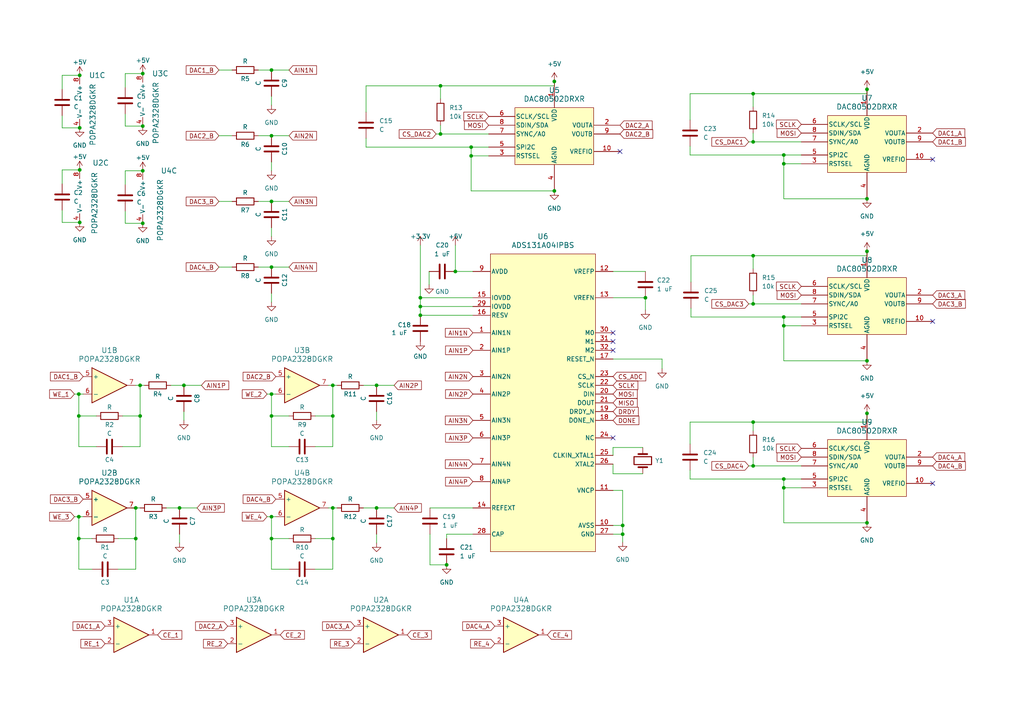
<source format=kicad_sch>
(kicad_sch (version 20230121) (generator eeschema)
  (paper "A4")
  (lib_symbols
    (symbol "ADS131A04IPBS:ADS131A04IPBS" (pin_names (offset 0.254))
      (property "Reference" "U" (at 0 2.54 0))
      (property "Value" "ADS131A04IPBS" (at 0 0 0))
      (symbol "ADS131A04IPBS_0_1"
        (pin input line (at -20.32 20.32 0) (length 5.08) (name "AIN1N") (number "1"))
        (pin power_in line (at 20.32 -35.56 180) (length 5.08) (name "AVSS") (number "10"))
        (pin power_in line (at 20.32 -25.4 180) (length 5.08) (name "VNCP") (number "11"))
        (pin input line (at 20.32 38.1 180) (length 5.08) (name "VREFP") (number "12"))
        (pin input line (at 20.32 30.48 180) (length 5.08) (name "VREFN") (number "13"))
        (pin unspecified line (at -20.32 -30.48 0) (length 5.08) (name "REFEXT") (number "14"))
        (pin power_in line (at -20.32 30.48 0) (length 5.08) (name "IOVDD") (number "15"))
        (pin unspecified line (at -20.32 25.4 0) (length 5.08) (name "RESV") (number "16"))
        (pin input line (at 20.32 12.7 180) (length 5.08) (name "RESET_N") (number "17"))
        (pin output line (at 20.32 -5.08 180) (length 5.08) (name "DONE_N") (number "18"))
        (pin bidirectional line (at 20.32 -2.54 180) (length 5.08) (name "DRDY_N") (number "19"))
        (pin input line (at -20.32 15.24 0) (length 5.08) (name "AIN1P") (number "2"))
        (pin input line (at 20.32 2.54 180) (length 5.08) (name "DIN") (number "20"))
        (pin output line (at 20.32 0 180) (length 5.08) (name "DOUT") (number "21"))
        (pin bidirectional line (at 20.32 5.08 180) (length 5.08) (name "SCLK") (number "22"))
        (pin input line (at 20.32 7.62 180) (length 5.08) (name "CS_N") (number "23"))
        (pin unspecified line (at 20.32 -10.16 180) (length 5.08) (name "NC") (number "24"))
        (pin input line (at 20.32 -15.24 180) (length 5.08) (name "CLKIN_XTAL1") (number "25"))
        (pin output line (at 20.32 -17.78 180) (length 5.08) (name "XTAL2") (number "26"))
        (pin power_in line (at 20.32 -38.1 180) (length 5.08) (name "GND") (number "27"))
        (pin unspecified line (at -20.32 -38.1 0) (length 5.08) (name "CAP") (number "28"))
        (pin power_in line (at -20.32 27.94 0) (length 5.08) (name "IOVDD") (number "29"))
        (pin input line (at -20.32 7.62 0) (length 5.08) (name "AIN2N") (number "3"))
        (pin unspecified line (at 20.32 20.32 180) (length 5.08) (name "M0") (number "30"))
        (pin unspecified line (at 20.32 17.78 180) (length 5.08) (name "M1") (number "31"))
        (pin unspecified line (at 20.32 15.24 180) (length 5.08) (name "M2") (number "32"))
        (pin input line (at -20.32 2.54 0) (length 5.08) (name "AIN2P") (number "4"))
        (pin input line (at -20.32 -5.08 0) (length 5.08) (name "AIN3N") (number "5"))
        (pin input line (at -20.32 -10.16 0) (length 5.08) (name "AIN3P") (number "6"))
        (pin input line (at -20.32 -17.78 0) (length 5.08) (name "AIN4N") (number "7"))
        (pin input line (at -20.32 -22.86 0) (length 5.08) (name "AIN4P") (number "8"))
        (pin power_in line (at -20.32 38.1 0) (length 5.08) (name "AVDD") (number "9"))
      )
      (symbol "ADS131A04IPBS_1_1"
        (rectangle (start -15.24 43.18) (end 15.24 -43.18) (fill (type background)))
      )
    )
    (symbol "DAC80502DRXR:DAC80502DRXR" (pin_names (offset 0.254))
      (property "Reference" "U" (at 35.56 13.97 0))
      (property "Value" "DAC80502DRXR" (at 36.83 11.43 0))
      (symbol "DAC80502DRXR_0_1"
        (pin power_in line (at 25.4 15.24 270) (length 7.62) (name "VDD") (number "1"))
        (pin power_in line (at 44.45 -5.08 180) (length 7.62) (name "VREFIO") (number "10"))
        (pin output line (at 44.45 2.54 180) (length 7.62) (name "VOUTA") (number "2"))
        (pin unspecified line (at 6.35 -6.35 0) (length 7.62) (name "RSTSEL") (number "3"))
        (pin power_out line (at 25.4 -16.51 90) (length 7.62) (name "AGND") (number "4"))
        (pin unspecified line (at 6.35 -3.81 0) (length 7.62) (name "SPI2C") (number "5"))
        (pin unspecified line (at 6.35 5.08 0) (length 7.62) (name "SCLK/SCL") (number "6"))
        (pin unspecified line (at 6.35 0 0) (length 7.62) (name "SYNC/A0") (number "7"))
        (pin unspecified line (at 6.35 2.54 0) (length 7.62) (name "SDIN/SDA") (number "8"))
        (pin output line (at 44.45 0 180) (length 7.62) (name "VOUTB") (number "9"))
      )
      (symbol "DAC80502DRXR_1_1"
        (rectangle (start 13.97 7.62) (end 36.83 -8.89) (fill (type background)))
      )
    )
    (symbol "Device:C" (pin_numbers hide) (pin_names (offset 0.254))
      (property "Reference" "C" (at 0.635 2.54 0))
      (property "Value" "C" (at 0.635 -2.54 0))
      (symbol "C_0_1"
        (polyline (pts (xy -2.032 -0.762) (xy 2.032 -0.762)) (stroke (width 0.508)))
        (polyline (pts (xy -2.032 0.762) (xy 2.032 0.762)) (stroke (width 0.508)))
      )
      (symbol "C_1_1"
        (pin passive line (at 0 3.81 270) (length 2.794) (name "~") (number "1"))
        (pin passive line (at 0 -3.81 90) (length 2.794) (name "~") (number "2"))
      )
    )
    (symbol "Device:Crystal" (pin_numbers hide) (pin_names (offset 1.016) hide)
      (property "Reference" "Y" (at 0 3.81 0))
      (property "Value" "Crystal" (at 0 -3.81 0))
      (symbol "Crystal_0_1"
        (rectangle (start -1.143 2.54) (end 1.143 -2.54) (stroke (width 0.3048)))
        (polyline (pts (xy -2.54 0) (xy -1.905 0)))
        (polyline (pts (xy -1.905 -1.27) (xy -1.905 1.27)) (stroke (width 0.508)))
        (polyline (pts (xy 1.905 -1.27) (xy 1.905 1.27)) (stroke (width 0.508)))
        (polyline (pts (xy 2.54 0) (xy 1.905 0)))
      )
      (symbol "Crystal_1_1"
        (pin passive line (at -3.81 0 0) (length 1.27) (name "1") (number "1"))
        (pin passive line (at 3.81 0 180) (length 1.27) (name "2") (number "2"))
      )
    )
    (symbol "Device:R" (pin_numbers hide) (pin_names (offset 0))
      (property "Reference" "R" (at 2.032 0 90))
      (property "Value" "R" (at 0 0 90))
      (symbol "R_0_1"
        (rectangle (start -1.016 -2.54) (end 1.016 2.54) (stroke (width 0.254)))
      )
      (symbol "R_1_1"
        (pin passive line (at 0 3.81 270) (length 1.27) (name "~") (number "1"))
        (pin passive line (at 0 -3.81 90) (length 1.27) (name "~") (number "2"))
      )
    )
    (symbol "OPA2328DGKR:POPA2328DGKR" (pin_names (offset 0.254))
      (property "Reference" "U" (at 8.89 2.54 0))
      (property "Value" "POPA2328DGKR" (at 8.89 0 0))
      (symbol "POPA2328DGKR_1_1"
        (polyline (pts (xy 17.78 7.62) (xy 27.94 2.54) (xy 17.78 -2.54) (xy 17.78 7.62)) (stroke (width 0.254)) (fill (type background)))
        (pin output line (at 30.48 2.54 180) (length 2.54) (name "~") (number "1"))
        (pin input line (at 15.24 0 0) (length 2.54) (name "-") (number "2"))
        (pin input line (at 15.24 5.08 0) (length 2.54) (name "+") (number "3"))
      )
      (symbol "POPA2328DGKR_2_1"
        (polyline (pts (xy 17.78 7.62) (xy 27.94 2.54) (xy 17.78 -2.54) (xy 17.78 7.62)) (stroke (width 0.254)) (fill (type background)))
        (pin input line (at 15.24 5.08 0) (length 2.54) (name "+") (number "5"))
        (pin input line (at 15.24 0 0) (length 2.54) (name "-") (number "6"))
        (pin output line (at 30.48 2.54 180) (length 2.54) (name "~") (number "7"))
      )
      (symbol "POPA2328DGKR_3_1"
        (pin output line (at -1.27 -6.35 90) (length 2.54) (name "V-") (number "4"))
        (pin output line (at -1.27 8.89 270) (length 2.54) (name "V+") (number "8"))
      )
    )
    (symbol "power:+3.3V" (power) (pin_names (offset 0))
      (property "Value" "+3.3V" (at 0 3.556 0))
      (symbol "+3.3V_0_1"
        (polyline (pts (xy -0.762 1.27) (xy 0 2.54)))
        (polyline (pts (xy 0 0) (xy 0 2.54)))
        (polyline (pts (xy 0 2.54) (xy 0.762 1.27)))
      )
      (symbol "+3.3V_1_1"
        (pin power_in line (at 0 0 90) (length 0) hide (name "+3.3V") (number "1"))
      )
    )
    (symbol "power:+5V" (power) (pin_names (offset 0))
      (property "Value" "+5V" (at 0 3.556 0))
      (symbol "+5V_0_1"
        (polyline (pts (xy -0.762 1.27) (xy 0 2.54)))
        (polyline (pts (xy 0 0) (xy 0 2.54)))
        (polyline (pts (xy 0 2.54) (xy 0.762 1.27)))
      )
      (symbol "+5V_1_1"
        (pin power_in line (at 0 0 90) (length 0) hide (name "+5V") (number "1"))
      )
    )
    (symbol "power:GND" (power) (pin_names (offset 0))
      (property "Value" "GND" (at 0 -3.81 0))
      (symbol "GND_0_1"
        (polyline (pts (xy 0 0) (xy 0 -1.27) (xy 1.27 -1.27) (xy 0 -2.54) (xy -1.27 -1.27) (xy 0 -1.27)))
      )
      (symbol "GND_1_1"
        (pin power_in line (at 0 0 270) (length 0) hide (name "GND") (number "1"))
      )
    )
  )
  (junction (at 78.74 120.65))
  (junction (at 41.402 36.576))
  (junction (at 227.33 138.938))
  (junction (at 218.44 135.128))
  (junction (at 127.762 24.892))
  (junction (at 121.92 86.36))
  (junction (at 251.46 119.888))
  (junction (at 40.64 120.65))
  (junction (at 39.37 147.32))
  (junction (at 96.52 120.65))
  (junction (at 78.74 114.3))
  (junction (at 78.74 77.47))
  (junction (at 251.46 25.908))
  (junction (at 187.198 86.36))
  (junction (at 127.762 38.862))
  (junction (at 96.52 147.32))
  (junction (at 218.44 74.168))
  (junction (at 22.86 149.86))
  (junction (at 41.402 21.336))
  (junction (at 23.114 49.276))
  (junction (at 251.46 104.648))
  (junction (at 78.74 39.37))
  (junction (at 109.22 147.32))
  (junction (at 218.44 27.178))
  (junction (at 78.74 58.42))
  (junction (at 39.37 156.21))
  (junction (at 160.782 55.372))
  (junction (at 41.402 49.53))
  (junction (at 23.114 21.844))
  (junction (at 22.86 120.65))
  (junction (at 121.92 91.44))
  (junction (at 218.44 41.148))
  (junction (at 227.33 91.948))
  (junction (at 52.07 147.32))
  (junction (at 136.652 42.672))
  (junction (at 132.08 78.74))
  (junction (at 227.33 47.498))
  (junction (at 78.74 149.86))
  (junction (at 227.33 141.478))
  (junction (at 227.33 44.958))
  (junction (at 22.86 156.21))
  (junction (at 218.44 88.138))
  (junction (at 41.402 64.77))
  (junction (at 78.74 156.21))
  (junction (at 23.114 37.084))
  (junction (at 129.54 163.83))
  (junction (at 136.652 45.212))
  (junction (at 23.114 64.516))
  (junction (at 160.782 23.622))
  (junction (at 251.46 151.638))
  (junction (at 22.86 114.3))
  (junction (at 96.52 156.21))
  (junction (at 40.64 111.76))
  (junction (at 53.34 111.76))
  (junction (at 218.44 122.428))
  (junction (at 121.92 88.9))
  (junction (at 78.74 20.32))
  (junction (at 227.33 94.488))
  (junction (at 180.594 154.94))
  (junction (at 96.52 111.76))
  (junction (at 109.22 111.76))
  (junction (at 251.46 72.898))
  (junction (at 251.46 57.658))
  (junction (at 180.594 152.4))
  (no_connect (at 177.8 101.6))
  (no_connect (at 177.8 127))
  (no_connect (at 270.51 140.208))
  (no_connect (at 177.8 96.52))
  (no_connect (at 179.832 43.942))
  (no_connect (at 177.8 99.06))
  (no_connect (at 270.51 93.218))
  (no_connect (at 270.51 46.228))
  (wire (pts (xy 132.08 71.12) (xy 132.08 78.74)))
  (wire (pts (xy 22.86 120.65) (xy 22.86 129.54)))
  (wire (pts (xy 160.782 23.622) (xy 160.782 24.892)))
  (wire (pts (xy 121.92 71.12) (xy 121.92 86.36)))
  (wire (pts (xy 177.8 152.4) (xy 180.594 152.4)))
  (wire (pts (xy 218.44 38.608) (xy 218.44 41.148)))
  (wire (pts (xy 22.86 129.54) (xy 27.94 129.54)))
  (wire (pts (xy 41.402 21.336) (xy 36.322 21.336)))
  (wire (pts (xy 36.322 64.77) (xy 36.322 61.214)))
  (wire (pts (xy 106.172 42.672) (xy 136.652 42.672)))
  (wire (pts (xy 251.46 119.888) (xy 251.46 122.428)))
  (wire (pts (xy 22.86 149.86) (xy 22.86 156.21)))
  (wire (pts (xy 40.64 120.65) (xy 40.64 111.76)))
  (wire (pts (xy 36.322 49.53) (xy 36.322 53.594)))
  (wire (pts (xy 78.74 27.94) (xy 78.74 30.48)))
  (wire (pts (xy 227.33 138.938) (xy 232.41 138.938)))
  (wire (pts (xy 34.29 165.1) (xy 39.37 165.1)))
  (wire (pts (xy 96.52 147.32) (xy 95.25 147.32)))
  (wire (pts (xy 40.64 111.76) (xy 39.37 111.76)))
  (wire (pts (xy 137.16 88.9) (xy 121.92 88.9)))
  (wire (pts (xy 18.034 21.844) (xy 23.114 21.844)))
  (wire (pts (xy 41.402 36.576) (xy 36.322 36.576)))
  (wire (pts (xy 36.322 36.576) (xy 36.322 33.02)))
  (wire (pts (xy 218.44 88.138) (xy 232.41 88.138)))
  (wire (pts (xy 127.762 24.892) (xy 160.782 24.892)))
  (wire (pts (xy 251.46 25.908) (xy 251.46 27.178)))
  (wire (pts (xy 227.33 47.498) (xy 227.33 57.658)))
  (wire (pts (xy 39.37 147.32) (xy 40.64 147.32)))
  (wire (pts (xy 78.74 129.54) (xy 83.82 129.54)))
  (wire (pts (xy 218.44 74.168) (xy 218.44 77.978)))
  (wire (pts (xy 121.92 91.44) (xy 121.92 88.9)))
  (wire (pts (xy 177.8 86.36) (xy 187.198 86.36)))
  (wire (pts (xy 22.86 156.21) (xy 22.86 165.1)))
  (wire (pts (xy 227.33 57.658) (xy 251.46 57.658)))
  (wire (pts (xy 218.44 74.168) (xy 251.46 74.168)))
  (wire (pts (xy 35.56 120.65) (xy 40.64 120.65)))
  (wire (pts (xy 53.34 111.76) (xy 58.42 111.76)))
  (wire (pts (xy 74.93 58.42) (xy 78.74 58.42)))
  (wire (pts (xy 227.33 44.958) (xy 232.41 44.958)))
  (wire (pts (xy 218.44 135.128) (xy 232.41 135.128)))
  (wire (pts (xy 78.74 58.42) (xy 83.82 58.42)))
  (wire (pts (xy 109.22 111.76) (xy 114.3 111.76)))
  (wire (pts (xy 96.52 165.1) (xy 96.52 156.21)))
  (wire (pts (xy 200.152 27.178) (xy 200.152 34.798)))
  (wire (pts (xy 200.152 138.938) (xy 227.33 138.938)))
  (wire (pts (xy 124.714 163.83) (xy 129.54 163.83)))
  (wire (pts (xy 200.406 91.948) (xy 227.33 91.948)))
  (wire (pts (xy 200.406 89.408) (xy 200.406 91.948)))
  (wire (pts (xy 78.74 120.65) (xy 78.74 129.54)))
  (wire (pts (xy 124.714 154.94) (xy 124.714 163.83)))
  (wire (pts (xy 177.8 129.794) (xy 186.436 129.794)))
  (wire (pts (xy 22.86 165.1) (xy 26.67 165.1)))
  (wire (pts (xy 18.034 49.276) (xy 23.114 49.276)))
  (wire (pts (xy 192.024 104.14) (xy 177.8 104.14)))
  (wire (pts (xy 227.33 91.948) (xy 227.33 94.488)))
  (wire (pts (xy 137.16 154.94) (xy 129.54 154.94)))
  (wire (pts (xy 109.22 119.38) (xy 109.22 121.92)))
  (wire (pts (xy 74.93 20.32) (xy 78.74 20.32)))
  (wire (pts (xy 124.46 78.74) (xy 124.46 82.55)))
  (wire (pts (xy 217.17 135.128) (xy 218.44 135.128)))
  (wire (pts (xy 74.93 77.47) (xy 78.74 77.47)))
  (wire (pts (xy 218.44 132.588) (xy 218.44 135.128)))
  (wire (pts (xy 121.92 86.36) (xy 137.16 86.36)))
  (wire (pts (xy 109.22 154.94) (xy 109.22 157.48)))
  (wire (pts (xy 18.034 37.084) (xy 23.114 37.084)))
  (wire (pts (xy 106.172 40.132) (xy 106.172 42.672)))
  (wire (pts (xy 78.74 77.47) (xy 83.82 77.47)))
  (wire (pts (xy 91.44 165.1) (xy 96.52 165.1)))
  (wire (pts (xy 78.74 46.99) (xy 78.74 49.53)))
  (wire (pts (xy 78.74 39.37) (xy 83.82 39.37)))
  (wire (pts (xy 78.74 149.86) (xy 78.74 156.21)))
  (wire (pts (xy 200.152 44.958) (xy 227.33 44.958)))
  (wire (pts (xy 63.5 20.32) (xy 67.31 20.32)))
  (wire (pts (xy 227.33 141.478) (xy 232.41 141.478)))
  (wire (pts (xy 177.8 154.94) (xy 180.594 154.94)))
  (wire (pts (xy 136.652 55.372) (xy 160.782 55.372)))
  (wire (pts (xy 129.54 154.94) (xy 129.54 156.21)))
  (wire (pts (xy 77.47 149.86) (xy 78.74 149.86)))
  (wire (pts (xy 127.762 24.892) (xy 127.762 28.702)))
  (wire (pts (xy 22.86 120.65) (xy 27.94 120.65)))
  (wire (pts (xy 36.322 49.53) (xy 41.402 49.53)))
  (wire (pts (xy 251.46 72.898) (xy 251.46 74.168)))
  (wire (pts (xy 136.652 42.672) (xy 136.652 45.212)))
  (wire (pts (xy 52.07 154.94) (xy 52.07 157.48)))
  (wire (pts (xy 232.41 91.948) (xy 227.33 91.948)))
  (wire (pts (xy 180.594 154.94) (xy 180.594 157.226)))
  (wire (pts (xy 77.47 114.3) (xy 78.74 114.3)))
  (wire (pts (xy 18.034 60.96) (xy 18.034 64.516)))
  (wire (pts (xy 192.024 106.934) (xy 192.024 104.14)))
  (wire (pts (xy 78.74 66.04) (xy 78.74 68.58)))
  (wire (pts (xy 200.152 42.418) (xy 200.152 44.958)))
  (wire (pts (xy 22.86 156.21) (xy 26.67 156.21)))
  (wire (pts (xy 53.34 119.38) (xy 53.34 121.92)))
  (wire (pts (xy 21.59 149.86) (xy 22.86 149.86)))
  (wire (pts (xy 227.33 44.958) (xy 227.33 47.498)))
  (wire (pts (xy 227.33 138.938) (xy 227.33 141.478)))
  (wire (pts (xy 227.33 94.488) (xy 232.41 94.488)))
  (wire (pts (xy 40.64 111.76) (xy 41.91 111.76)))
  (wire (pts (xy 63.5 39.37) (xy 67.31 39.37)))
  (wire (pts (xy 200.152 136.398) (xy 200.152 138.938)))
  (wire (pts (xy 18.034 64.516) (xy 23.114 64.516)))
  (wire (pts (xy 39.37 156.21) (xy 39.37 147.32)))
  (wire (pts (xy 63.5 77.47) (xy 67.31 77.47)))
  (wire (pts (xy 96.52 147.32) (xy 97.79 147.32)))
  (wire (pts (xy 136.652 45.212) (xy 141.732 45.212)))
  (wire (pts (xy 227.33 94.488) (xy 227.33 104.648)))
  (wire (pts (xy 22.86 114.3) (xy 22.86 120.65)))
  (wire (pts (xy 96.52 111.76) (xy 97.79 111.76)))
  (wire (pts (xy 78.74 120.65) (xy 83.82 120.65)))
  (wire (pts (xy 39.37 147.32) (xy 38.1 147.32)))
  (wire (pts (xy 78.74 114.3) (xy 80.01 114.3)))
  (wire (pts (xy 109.22 147.32) (xy 114.3 147.32)))
  (wire (pts (xy 180.594 152.4) (xy 180.594 154.94)))
  (wire (pts (xy 105.41 147.32) (xy 109.22 147.32)))
  (wire (pts (xy 136.652 45.212) (xy 136.652 55.372)))
  (wire (pts (xy 186.436 137.414) (xy 177.8 137.414)))
  (wire (pts (xy 78.74 149.86) (xy 80.01 149.86)))
  (wire (pts (xy 200.406 74.168) (xy 200.406 81.788)))
  (wire (pts (xy 124.714 147.32) (xy 137.16 147.32)))
  (wire (pts (xy 21.59 114.3) (xy 22.86 114.3)))
  (wire (pts (xy 52.07 147.32) (xy 57.15 147.32)))
  (wire (pts (xy 96.52 111.76) (xy 95.25 111.76)))
  (wire (pts (xy 126.492 38.862) (xy 127.762 38.862)))
  (wire (pts (xy 218.44 41.148) (xy 232.41 41.148)))
  (wire (pts (xy 121.92 88.9) (xy 121.92 86.36)))
  (wire (pts (xy 177.8 129.794) (xy 177.8 132.08)))
  (wire (pts (xy 200.152 122.428) (xy 200.152 128.778)))
  (wire (pts (xy 177.8 134.62) (xy 177.8 137.414)))
  (wire (pts (xy 36.322 21.336) (xy 36.322 25.4)))
  (wire (pts (xy 63.5 58.42) (xy 67.31 58.42)))
  (wire (pts (xy 22.86 114.3) (xy 24.13 114.3)))
  (wire (pts (xy 48.26 147.32) (xy 52.07 147.32)))
  (wire (pts (xy 105.41 111.76) (xy 109.22 111.76)))
  (wire (pts (xy 227.33 47.498) (xy 232.41 47.498)))
  (wire (pts (xy 127.762 36.322) (xy 127.762 38.862)))
  (wire (pts (xy 177.8 78.74) (xy 187.198 78.74)))
  (wire (pts (xy 136.652 42.672) (xy 141.732 42.672)))
  (wire (pts (xy 91.44 156.21) (xy 96.52 156.21)))
  (wire (pts (xy 91.44 129.54) (xy 96.52 129.54)))
  (wire (pts (xy 106.172 24.892) (xy 106.172 32.512)))
  (wire (pts (xy 18.034 21.844) (xy 18.034 25.908)))
  (wire (pts (xy 78.74 85.09) (xy 78.74 87.63)))
  (wire (pts (xy 78.74 114.3) (xy 78.74 120.65)))
  (wire (pts (xy 35.56 129.54) (xy 40.64 129.54)))
  (wire (pts (xy 34.29 156.21) (xy 39.37 156.21)))
  (wire (pts (xy 132.08 78.74) (xy 137.16 78.74)))
  (wire (pts (xy 137.16 91.44) (xy 121.92 91.44)))
  (wire (pts (xy 18.034 33.528) (xy 18.034 37.084)))
  (wire (pts (xy 227.33 141.478) (xy 227.33 151.638)))
  (wire (pts (xy 74.93 39.37) (xy 78.74 39.37)))
  (wire (pts (xy 218.44 27.178) (xy 251.46 27.178)))
  (wire (pts (xy 22.86 149.86) (xy 24.13 149.86)))
  (wire (pts (xy 177.8 142.24) (xy 180.594 142.24)))
  (wire (pts (xy 187.198 86.36) (xy 187.198 89.916)))
  (wire (pts (xy 78.74 20.32) (xy 83.82 20.32)))
  (wire (pts (xy 217.17 41.148) (xy 218.44 41.148)))
  (wire (pts (xy 40.64 129.54) (xy 40.64 120.65)))
  (wire (pts (xy 78.74 156.21) (xy 78.74 165.1)))
  (wire (pts (xy 217.17 88.138) (xy 218.44 88.138)))
  (wire (pts (xy 127.762 38.862) (xy 141.732 38.862)))
  (wire (pts (xy 96.52 156.21) (xy 96.52 147.32)))
  (wire (pts (xy 96.52 129.54) (xy 96.52 120.65)))
  (wire (pts (xy 218.44 122.428) (xy 251.46 122.428)))
  (wire (pts (xy 39.37 165.1) (xy 39.37 156.21)))
  (wire (pts (xy 96.52 120.65) (xy 96.52 111.76)))
  (wire (pts (xy 49.53 111.76) (xy 53.34 111.76)))
  (wire (pts (xy 36.322 64.77) (xy 41.402 64.77)))
  (wire (pts (xy 78.74 165.1) (xy 83.82 165.1)))
  (wire (pts (xy 218.44 122.428) (xy 200.152 122.428)))
  (wire (pts (xy 227.33 104.648) (xy 251.46 104.648)))
  (wire (pts (xy 91.44 120.65) (xy 96.52 120.65)))
  (wire (pts (xy 18.034 49.276) (xy 18.034 53.34)))
  (wire (pts (xy 218.44 27.178) (xy 218.44 30.988)))
  (wire (pts (xy 218.44 27.178) (xy 200.152 27.178)))
  (wire (pts (xy 218.44 85.598) (xy 218.44 88.138)))
  (wire (pts (xy 218.44 122.428) (xy 218.44 124.968)))
  (wire (pts (xy 218.44 74.168) (xy 200.406 74.168)))
  (wire (pts (xy 180.594 142.24) (xy 180.594 152.4)))
  (wire (pts (xy 127.762 24.892) (xy 106.172 24.892)))
  (wire (pts (xy 227.33 151.638) (xy 251.46 151.638)))
  (wire (pts (xy 78.74 156.21) (xy 83.82 156.21)))
  (global_label "MOSI" (shape input) (at 177.8 114.3 0) (property "Intersheetrefs" "${INTERSHEET_REFS}" (effects hide)))
  (global_label "AIN1N" (shape input) (at 83.82 20.32 0) (property "Intersheetrefs" "${INTERSHEET_REFS}" (effects hide)))
  (global_label "AIN4P" (shape input) (at 114.3 147.32 0) (property "Intersheetrefs" "${INTERSHEET_REFS}" (effects hide)))
  (global_label "WE_3" (shape input) (at 21.59 149.86 180) (property "Intersheetrefs" "${INTERSHEET_REFS}" (effects hide)))
  (global_label "MOSI" (shape input) (at 232.41 38.608 180) (property "Intersheetrefs" "${INTERSHEET_REFS}" (effects hide)))
  (global_label "DAC3_B" (shape input) (at 270.51 88.138 0) (property "Intersheetrefs" "${INTERSHEET_REFS}" (effects hide)))
  (global_label "RE_2" (shape input) (at 66.04 186.69 180) (property "Intersheetrefs" "${INTERSHEET_REFS}" (effects hide)))
  (global_label "SCLK" (shape input) (at 177.8 111.76 0) (property "Intersheetrefs" "${INTERSHEET_REFS}" (effects hide)))
  (global_label "DAC1_B" (shape input) (at 270.51 41.148 0) (property "Intersheetrefs" "${INTERSHEET_REFS}" (effects hide)))
  (global_label "AIN3P" (shape input) (at 57.15 147.32 0) (property "Intersheetrefs" "${INTERSHEET_REFS}" (effects hide)))
  (global_label "RE_4" (shape input) (at 143.51 186.69 180) (property "Intersheetrefs" "${INTERSHEET_REFS}" (effects hide)))
  (global_label "DAC3_B" (shape input) (at 63.5 58.42 180) (property "Intersheetrefs" "${INTERSHEET_REFS}" (effects hide)))
  (global_label "SCLK" (shape input) (at 232.41 83.058 180) (property "Intersheetrefs" "${INTERSHEET_REFS}" (effects hide)))
  (global_label "CS_DAC4" (shape input) (at 217.17 135.128 180) (property "Intersheetrefs" "${INTERSHEET_REFS}" (effects hide)))
  (global_label "DAC4_A" (shape input) (at 270.51 132.588 0) (property "Intersheetrefs" "${INTERSHEET_REFS}" (effects hide)))
  (global_label "AIN3N" (shape input) (at 137.16 121.92 180) (property "Intersheetrefs" "${INTERSHEET_REFS}" (effects hide)))
  (global_label "DAC4_A" (shape input) (at 143.51 181.61 180) (property "Intersheetrefs" "${INTERSHEET_REFS}" (effects hide)))
  (global_label "AIN4N" (shape input) (at 83.82 77.47 0) (property "Intersheetrefs" "${INTERSHEET_REFS}" (effects hide)))
  (global_label "DAC4_B" (shape input) (at 80.01 144.78 180) (property "Intersheetrefs" "${INTERSHEET_REFS}" (effects hide)))
  (global_label "DAC2_B" (shape input) (at 80.01 109.22 180) (property "Intersheetrefs" "${INTERSHEET_REFS}" (effects hide)))
  (global_label "CE_2" (shape input) (at 81.28 184.15 0) (property "Intersheetrefs" "${INTERSHEET_REFS}" (effects hide)))
  (global_label "CE_4" (shape input) (at 158.75 184.15 0) (property "Intersheetrefs" "${INTERSHEET_REFS}" (effects hide)))
  (global_label "DAC2_B" (shape input) (at 179.832 38.862 0) (property "Intersheetrefs" "${INTERSHEET_REFS}" (effects hide)))
  (global_label "AIN3N" (shape input) (at 83.82 58.42 0) (property "Intersheetrefs" "${INTERSHEET_REFS}" (effects hide)))
  (global_label "AIN2P" (shape input) (at 114.3 111.76 0) (property "Intersheetrefs" "${INTERSHEET_REFS}" (effects hide)))
  (global_label "MOSI" (shape input) (at 232.41 132.588 180) (property "Intersheetrefs" "${INTERSHEET_REFS}" (effects hide)))
  (global_label "DRDY" (shape input) (at 177.8 119.38 0) (property "Intersheetrefs" "${INTERSHEET_REFS}" (effects hide)))
  (global_label "DAC4_B" (shape input) (at 270.51 135.128 0) (property "Intersheetrefs" "${INTERSHEET_REFS}" (effects hide)))
  (global_label "DAC3_A" (shape input) (at 270.51 85.598 0) (property "Intersheetrefs" "${INTERSHEET_REFS}" (effects hide)))
  (global_label "WE_1" (shape input) (at 21.59 114.3 180) (property "Intersheetrefs" "${INTERSHEET_REFS}" (effects hide)))
  (global_label "AIN4P" (shape input) (at 137.16 139.7 180) (property "Intersheetrefs" "${INTERSHEET_REFS}" (effects hide)))
  (global_label "AIN1P" (shape input) (at 137.16 101.6 180) (property "Intersheetrefs" "${INTERSHEET_REFS}" (effects hide)))
  (global_label "DAC2_B" (shape input) (at 63.5 39.37 180) (property "Intersheetrefs" "${INTERSHEET_REFS}" (effects hide)))
  (global_label "RE_3" (shape input) (at 102.87 186.69 180) (property "Intersheetrefs" "${INTERSHEET_REFS}" (effects hide)))
  (global_label "CE_1" (shape input) (at 45.72 184.15 0) (property "Intersheetrefs" "${INTERSHEET_REFS}" (effects hide)))
  (global_label "WE_4" (shape input) (at 77.47 149.86 180) (property "Intersheetrefs" "${INTERSHEET_REFS}" (effects hide)))
  (global_label "CS_ADC" (shape input) (at 177.8 109.22 0) (property "Intersheetrefs" "${INTERSHEET_REFS}" (effects hide)))
  (global_label "DAC3_B" (shape input) (at 24.13 144.78 180) (property "Intersheetrefs" "${INTERSHEET_REFS}" (effects hide)))
  (global_label "AIN2N" (shape input) (at 137.16 109.22 180) (property "Intersheetrefs" "${INTERSHEET_REFS}" (effects hide)))
  (global_label "DAC1_B" (shape input) (at 63.5 20.32 180) (property "Intersheetrefs" "${INTERSHEET_REFS}" (effects hide)))
  (global_label "RE_1" (shape input) (at 30.48 186.69 180) (property "Intersheetrefs" "${INTERSHEET_REFS}" (effects hide)))
  (global_label "DAC1_B" (shape input) (at 24.13 109.22 180) (property "Intersheetrefs" "${INTERSHEET_REFS}" (effects hide)))
  (global_label "SCLK" (shape input) (at 141.732 33.782 180) (property "Intersheetrefs" "${INTERSHEET_REFS}" (effects hide)))
  (global_label "DAC2_A" (shape input) (at 179.832 36.322 0) (property "Intersheetrefs" "${INTERSHEET_REFS}" (effects hide)))
  (global_label "MOSI" (shape input) (at 232.41 85.598 180) (property "Intersheetrefs" "${INTERSHEET_REFS}" (effects hide)))
  (global_label "AIN1N" (shape input) (at 137.16 96.52 180) (property "Intersheetrefs" "${INTERSHEET_REFS}" (effects hide)))
  (global_label "DAC3_A" (shape input) (at 102.87 181.61 180) (property "Intersheetrefs" "${INTERSHEET_REFS}" (effects hide)))
  (global_label "MOSI" (shape input) (at 141.732 36.322 180) (property "Intersheetrefs" "${INTERSHEET_REFS}" (effects hide)))
  (global_label "DONE" (shape input) (at 177.8 121.92 0) (property "Intersheetrefs" "${INTERSHEET_REFS}" (effects hide)))
  (global_label "SCLK" (shape input) (at 232.41 36.068 180) (property "Intersheetrefs" "${INTERSHEET_REFS}" (effects hide)))
  (global_label "CS_DAC1" (shape input) (at 217.17 41.148 180) (property "Intersheetrefs" "${INTERSHEET_REFS}" (effects hide)))
  (global_label "AIN3P" (shape input) (at 137.16 127 180) (property "Intersheetrefs" "${INTERSHEET_REFS}" (effects hide)))
  (global_label "AIN1P" (shape input) (at 58.42 111.76 0) (property "Intersheetrefs" "${INTERSHEET_REFS}" (effects hide)))
  (global_label "DAC1_A" (shape input) (at 30.48 181.61 180) (property "Intersheetrefs" "${INTERSHEET_REFS}" (effects hide)))
  (global_label "SCLK" (shape input) (at 232.41 130.048 180) (property "Intersheetrefs" "${INTERSHEET_REFS}" (effects hide)))
  (global_label "MISO" (shape input) (at 177.8 116.84 0) (property "Intersheetrefs" "${INTERSHEET_REFS}" (effects hide)))
  (global_label "DAC2_A" (shape input) (at 66.04 181.61 180) (property "Intersheetrefs" "${INTERSHEET_REFS}" (effects hide)))
  (global_label "WE_2" (shape input) (at 77.47 114.3 180) (property "Intersheetrefs" "${INTERSHEET_REFS}" (effects hide)))
  (global_label "DAC4_B" (shape input) (at 63.5 77.47 180) (property "Intersheetrefs" "${INTERSHEET_REFS}" (effects hide)))
  (global_label "CE_3" (shape input) (at 118.11 184.15 0) (property "Intersheetrefs" "${INTERSHEET_REFS}" (effects hide)))
  (global_label "DAC1_A" (shape input) (at 270.51 38.608 0) (property "Intersheetrefs" "${INTERSHEET_REFS}" (effects hide)))
  (global_label "AIN2P" (shape input) (at 137.16 114.3 180) (property "Intersheetrefs" "${INTERSHEET_REFS}" (effects hide)))
  (global_label "CS_DAC2" (shape input) (at 126.492 38.862 180) (property "Intersheetrefs" "${INTERSHEET_REFS}" (effects hide)))
  (global_label "AIN4N" (shape input) (at 137.16 134.62 180) (property "Intersheetrefs" "${INTERSHEET_REFS}" (effects hide)))
  (global_label "CS_DAC3" (shape input) (at 217.17 88.138 180) (property "Intersheetrefs" "${INTERSHEET_REFS}" (effects hide)))
  (global_label "AIN2N" (shape input) (at 83.82 39.37 0) (property "Intersheetrefs" "${INTERSHEET_REFS}" (effects hide)))
  (symbol (lib_id "Device:R") (at 71.12 39.37 90) (unit 1)
    (property "Reference" "R6" (at 71.12 41.91 90))
    (property "Value" "R" (at 71.12 36.83 90))
    (property "Footprint" "Resistor_SMD:R_0603_1608Metric_Pad0.98x0.95mm_HandSolder" (effects hide))
  )
  (symbol (lib_id "Device:R") (at 127.762 32.512 0) (unit 1)
    (property "Reference" "R13" (at 130.302 31.242 0) (effects (justify left)))
    (property "Value" "10k" (at 130.302 33.782 0) (effects (justify left)))
    (property "Footprint" "Resistor_SMD:R_0603_1608Metric_Pad0.98x0.95mm_HandSolder" (effects hide))
  )
  (symbol (lib_id "DAC80502DRXR:DAC80502DRXR") (at 226.06 135.128 0) (unit 1)
    (property "Reference" "U9" (at 251.46 122.428 0) (effects (font (size 1.524 1.524))))
    (property "Value" "DAC80502DRXR" (at 251.46 124.968 0) (effects (font (size 1.524 1.524))))
    (property "Footprint" "SON_02DRXR_TEX" (effects hide))
    (property "Datasheet" "DAC80502DRXR" (effects hide))
  )
  (symbol (lib_id "OPA2328DGKR:POPA2328DGKR") (at 8.89 149.86 0) (unit 2)
    (property "Reference" "U2" (at 31.75 137.16 0) (effects (font (size 1.524 1.524))))
    (property "Value" "POPA2328DGKR" (at 31.75 139.7 0) (effects (font (size 1.524 1.524))))
    (property "Footprint" "OPA2328DGKR:SO8_DGK_TEX" (effects hide))
    (property "Datasheet" "POPA2328DGKR" (effects hide))
  )
  (symbol (lib_id "Device:R") (at 71.12 58.42 90) (unit 1)
    (property "Reference" "R7" (at 71.12 60.96 90))
    (property "Value" "R" (at 71.12 55.88 90))
    (property "Footprint" "Resistor_SMD:R_0603_1608Metric_Pad0.98x0.95mm_HandSolder" (effects hide))
  )
  (symbol (lib_id "Device:R") (at 45.72 111.76 90) (unit 1)
    (property "Reference" "R4" (at 45.72 114.3 90))
    (property "Value" "R" (at 45.72 109.22 90))
    (property "Footprint" "Resistor_SMD:R_0603_1608Metric_Pad0.98x0.95mm_HandSolder" (effects hide))
  )
  (symbol (lib_id "Device:C") (at 200.152 38.608 0) (unit 1)
    (property "Reference" "C23" (at 203.962 37.338 0) (effects (justify left)))
    (property "Value" "C" (at 203.962 39.878 0) (effects (justify left)))
    (property "Footprint" "Capacitor_SMD:C_0603_1608Metric_Pad1.08x0.95mm_HandSolder" (effects hide))
  )
  (symbol (lib_id "OPA2328DGKR:POPA2328DGKR") (at 50.8 186.69 0) (unit 1)
    (property "Reference" "U3" (at 73.66 173.99 0) (effects (font (size 1.524 1.524))))
    (property "Value" "POPA2328DGKR" (at 73.66 176.53 0) (effects (font (size 1.524 1.524))))
    (property "Footprint" "OPA2328DGKR:SO8_DGK_TEX" (effects hide))
    (property "Datasheet" "POPA2328DGKR" (effects hide))
  )
  (symbol (lib_id "Device:C") (at 78.74 81.28 180) (unit 1)
    (property "Reference" "C12" (at 82.55 81.28 90))
    (property "Value" "C" (at 74.93 81.28 90))
    (property "Footprint" "Capacitor_SMD:C_0603_1608Metric_Pad1.08x0.95mm_HandSolder" (effects hide))
  )
  (symbol (lib_id "Device:C") (at 53.34 115.57 180) (unit 1)
    (property "Reference" "C8" (at 57.15 115.57 90))
    (property "Value" "C" (at 49.53 115.57 90))
    (property "Footprint" "Capacitor_SMD:C_0603_1608Metric_Pad1.08x0.95mm_HandSolder" (effects hide))
  )
  (symbol (lib_id "Device:C") (at 124.714 151.13 0) (unit 1)
    (property "Reference" "C19" (at 128.27 149.86 0) (effects (justify left)))
    (property "Value" "1 uF" (at 128.27 152.4 0) (effects (justify left)))
    (property "Footprint" "Capacitor_SMD:C_0603_1608Metric_Pad1.08x0.95mm_HandSolder" (effects hide))
  )
  (symbol (lib_id "DAC80502DRXR:DAC80502DRXR") (at 226.06 41.148 0) (unit 1)
    (property "Reference" "U7" (at 251.46 28.448 0) (effects (font (size 1.524 1.524))))
    (property "Value" "DAC80502DRXR" (at 251.46 30.988 0) (effects (font (size 1.524 1.524))))
    (property "Footprint" "SON_02DRXR_TEX" (effects hide))
    (property "Datasheet" "DAC80502DRXR" (effects hide))
  )
  (symbol (lib_id "power:GND") (at 124.46 82.55 0) (unit 1)
    (property "Reference" "#PWR019" (effects hide))
    (property "Value" "GND" (at 128.27 84.582 0))
  )
  (symbol (lib_id "Device:C") (at 52.07 151.13 180) (unit 1)
    (property "Reference" "C7" (at 55.88 151.13 90))
    (property "Value" "C" (at 48.26 151.13 90))
    (property "Footprint" "Capacitor_SMD:C_0603_1608Metric_Pad1.08x0.95mm_HandSolder" (effects hide))
  )
  (symbol (lib_id "ADS131A04IPBS:ADS131A04IPBS") (at 157.48 116.84 0) (unit 1)
    (property "Reference" "U6" (at 157.48 68.58 0) (effects (font (size 1.524 1.524))))
    (property "Value" "ADS131A04IPBS" (at 157.48 71.12 0) (effects (font (size 1.524 1.524))))
    (property "Footprint" "PBS0032A_N" (effects hide))
    (property "Datasheet" "ADS131A04IPBS" (effects hide))
  )
  (symbol (lib_id "power:GND") (at 160.782 55.372 0) (unit 1)
    (property "Reference" "#PWR023" (effects hide))
    (property "Value" "GND" (at 160.782 60.452 0))
  )
  (symbol (lib_id "power:GND") (at 78.74 87.63 0) (unit 1)
    (property "Reference" "#PWR014" (effects hide))
    (property "Value" "GND" (at 78.74 92.71 0))
  )
  (symbol (lib_id "OPA2328DGKR:POPA2328DGKR") (at 87.63 186.69 0) (unit 1)
    (property "Reference" "U2" (at 110.49 173.99 0) (effects (font (size 1.524 1.524))))
    (property "Value" "POPA2328DGKR" (at 110.49 176.53 0) (effects (font (size 1.524 1.524))))
    (property "Footprint" "OPA2328DGKR:SO8_DGK_TEX" (effects hide))
    (property "Datasheet" "POPA2328DGKR" (effects hide))
  )
  (symbol (lib_id "power:+5V") (at 251.46 25.908 0) (unit 1)
    (property "Reference" "#PWR029" (effects hide))
    (property "Value" "+5V" (at 251.46 20.828 0))
  )
  (symbol (lib_id "OPA2328DGKR:POPA2328DGKR") (at 42.672 30.226 0) (unit 3)
    (property "Reference" "U3" (at 46.482 21.336 0) (effects (font (size 1.524 1.524))))
    (property "Value" "POPA2328DGKR" (at 45.212 32.766 90) (effects (font (size 1.524 1.524))))
    (property "Footprint" "OPA2328DGKR:SO8_DGK_TEX" (effects hide))
    (property "Datasheet" "POPA2328DGKR" (effects hide))
  )
  (symbol (lib_id "power:+5V") (at 251.46 72.898 0) (unit 1)
    (property "Reference" "#PWR031" (effects hide))
    (property "Value" "+5V" (at 251.46 67.818 0))
  )
  (symbol (lib_id "power:+5V") (at 23.114 21.844 0) (unit 1)
    (property "Reference" "#PWR01" (effects hide))
    (property "Value" "+5V" (at 23.114 18.034 0))
  )
  (symbol (lib_id "Device:C") (at 109.22 115.57 180) (unit 1)
    (property "Reference" "C16" (at 113.03 115.57 90))
    (property "Value" "C" (at 105.41 115.57 90))
    (property "Footprint" "Capacitor_SMD:C_0603_1608Metric_Pad1.08x0.95mm_HandSolder" (effects hide))
  )
  (symbol (lib_id "Device:R") (at 101.6 111.76 90) (unit 1)
    (property "Reference" "R11" (at 101.6 114.3 90))
    (property "Value" "R" (at 101.6 109.22 90))
    (property "Footprint" "Resistor_SMD:R_0603_1608Metric_Pad0.98x0.95mm_HandSolder" (effects hide))
  )
  (symbol (lib_id "power:GND") (at 78.74 30.48 0) (unit 1)
    (property "Reference" "#PWR011" (effects hide))
    (property "Value" "GND" (at 78.74 35.56 0))
  )
  (symbol (lib_id "Device:R") (at 87.63 156.21 90) (unit 1)
    (property "Reference" "R10" (at 87.63 158.75 90))
    (property "Value" "R" (at 87.63 153.67 90))
    (property "Footprint" "Resistor_SMD:R_0603_1608Metric_Pad0.98x0.95mm_HandSolder" (effects hide))
  )
  (symbol (lib_id "Device:C") (at 18.034 57.15 0) (unit 1)
    (property "Reference" "C2" (at 21.336 55.88 0) (effects (justify left)))
    (property "Value" "C" (at 21.336 58.42 0) (effects (justify left)))
    (property "Footprint" "Capacitor_SMD:C_0603_1608Metric_Pad1.08x0.95mm_HandSolder" (effects hide))
  )
  (symbol (lib_id "Device:R") (at 31.75 120.65 90) (unit 1)
    (property "Reference" "R2" (at 31.75 123.19 90))
    (property "Value" "R" (at 31.75 118.11 90))
    (property "Footprint" "Resistor_SMD:R_0603_1608Metric_Pad0.98x0.95mm_HandSolder" (effects hide))
  )
  (symbol (lib_id "Device:C") (at 106.172 36.322 0) (unit 1)
    (property "Reference" "C15" (at 109.982 35.052 0) (effects (justify left)))
    (property "Value" "C" (at 109.982 37.592 0) (effects (justify left)))
    (property "Footprint" "Capacitor_SMD:C_0603_1608Metric_Pad1.08x0.95mm_HandSolder" (effects hide))
  )
  (symbol (lib_id "OPA2328DGKR:POPA2328DGKR") (at 24.384 58.166 0) (unit 3)
    (property "Reference" "U2" (at 29.21 47.244 0) (effects (font (size 1.524 1.524))))
    (property "Value" "POPA2328DGKR" (at 27.432 58.928 90) (effects (font (size 1.524 1.524))))
    (property "Footprint" "OPA2328DGKR:SO8_DGK_TEX" (effects hide))
    (property "Datasheet" "POPA2328DGKR" (effects hide))
  )
  (symbol (lib_id "power:GND") (at 251.46 151.638 0) (unit 1)
    (property "Reference" "#PWR034" (effects hide))
    (property "Value" "GND" (at 251.46 156.718 0))
  )
  (symbol (lib_id "Device:C") (at 109.22 151.13 180) (unit 1)
    (property "Reference" "C17" (at 113.03 151.13 90))
    (property "Value" "C" (at 105.41 151.13 90))
    (property "Footprint" "Capacitor_SMD:C_0603_1608Metric_Pad1.08x0.95mm_HandSolder" (effects hide))
  )
  (symbol (lib_id "OPA2328DGKR:POPA2328DGKR") (at 8.89 114.3 0) (unit 2)
    (property "Reference" "U1" (at 31.75 101.6 0) (effects (font (size 1.524 1.524))))
    (property "Value" "POPA2328DGKR" (at 31.75 104.14 0) (effects (font (size 1.524 1.524))))
    (property "Footprint" "OPA2328DGKR:SO8_DGK_TEX" (effects hide))
    (property "Datasheet" "POPA2328DGKR" (effects hide))
  )
  (symbol (lib_id "power:+5V") (at 132.08 71.12 0) (unit 1)
    (property "Reference" "#PWR021" (effects hide))
    (property "Value" "+5V" (at 132.08 68.58 0))
  )
  (symbol (lib_id "OPA2328DGKR:POPA2328DGKR") (at 128.27 186.69 0) (unit 1)
    (property "Reference" "U4" (at 151.13 173.99 0) (effects (font (size 1.524 1.524))))
    (property "Value" "POPA2328DGKR" (at 151.13 176.53 0) (effects (font (size 1.524 1.524))))
    (property "Footprint" "OPA2328DGKR:SO8_DGK_TEX" (effects hide))
    (property "Datasheet" "POPA2328DGKR" (effects hide))
  )
  (symbol (lib_id "power:+5V") (at 251.46 119.888 0) (unit 1)
    (property "Reference" "#PWR033" (effects hide))
    (property "Value" "+5V" (at 251.46 114.808 0))
  )
  (symbol (lib_id "power:GND") (at 109.22 121.92 0) (unit 1)
    (property "Reference" "#PWR015" (effects hide))
    (property "Value" "GND" (at 109.22 127 0))
  )
  (symbol (lib_id "Device:C") (at 128.27 78.74 270) (unit 1)
    (property "Reference" "C20" (at 128.27 71.12 90))
    (property "Value" "1 uF" (at 128.27 73.66 90))
    (property "Footprint" "Capacitor_SMD:C_0603_1608Metric_Pad1.08x0.95mm_HandSolder" (effects hide))
  )
  (symbol (lib_id "Device:R") (at 101.6 147.32 90) (unit 1)
    (property "Reference" "R12" (at 101.6 149.86 90))
    (property "Value" "R" (at 101.6 144.78 90))
    (property "Footprint" "Resistor_SMD:R_0603_1608Metric_Pad0.98x0.95mm_HandSolder" (effects hide))
  )
  (symbol (lib_id "Device:C") (at 200.406 85.598 0) (unit 1)
    (property "Reference" "C25" (at 204.216 84.328 0) (effects (justify left)))
    (property "Value" "C" (at 204.216 86.868 0) (effects (justify left)))
    (property "Footprint" "Capacitor_SMD:C_0603_1608Metric_Pad1.08x0.95mm_HandSolder" (effects hide))
  )
  (symbol (lib_id "Device:Crystal") (at 186.436 133.604 90) (unit 1)
    (property "Reference" "Y1" (at 189.992 133.604 90) (effects (justify right)))
    (property "Value" "Crystal" (effects hide))
    (property "Footprint" "Crystal:Crystal_SMD_HC49-SD" (effects hide))
  )
  (symbol (lib_id "Device:C") (at 78.74 43.18 180) (unit 1)
    (property "Reference" "C10" (at 82.55 43.18 90))
    (property "Value" "C" (at 74.93 43.18 90))
    (property "Footprint" "Capacitor_SMD:C_0603_1608Metric_Pad1.08x0.95mm_HandSolder" (effects hide))
  )
  (symbol (lib_id "Device:C") (at 87.63 129.54 90) (unit 1)
    (property "Reference" "C13" (at 87.63 133.35 90))
    (property "Value" "C" (at 87.63 125.73 90))
    (property "Footprint" "Capacitor_SMD:C_0603_1608Metric_Pad1.08x0.95mm_HandSolder" (effects hide))
  )
  (symbol (lib_id "OPA2328DGKR:POPA2328DGKR") (at 24.384 30.734 0) (unit 3)
    (property "Reference" "U1" (at 28.194 21.844 0) (effects (font (size 1.524 1.524))))
    (property "Value" "POPA2328DGKR" (at 26.924 33.274 90) (effects (font (size 1.524 1.524))))
    (property "Footprint" "OPA2328DGKR:SO8_DGK_TEX" (effects hide))
    (property "Datasheet" "POPA2328DGKR" (effects hide))
  )
  (symbol (lib_id "Device:R") (at 44.45 147.32 90) (unit 1)
    (property "Reference" "R3" (at 44.45 149.86 90))
    (property "Value" "R" (at 44.45 144.78 90))
    (property "Footprint" "Resistor_SMD:R_0603_1608Metric_Pad0.98x0.95mm_HandSolder" (effects hide))
  )
  (symbol (lib_id "OPA2328DGKR:POPA2328DGKR") (at 42.672 58.42 0) (unit 3)
    (property "Reference" "U4" (at 49.022 49.53 0) (effects (font (size 1.524 1.524))))
    (property "Value" "POPA2328DGKR" (at 46.482 60.96 90) (effects (font (size 1.524 1.524))))
    (property "Footprint" "OPA2328DGKR:SO8_DGK_TEX" (effects hide))
    (property "Datasheet" "POPA2328DGKR" (effects hide))
  )
  (symbol (lib_id "Device:C") (at 129.54 160.02 0) (unit 1)
    (property "Reference" "C21" (at 133.35 158.75 0) (effects (justify left)))
    (property "Value" "1 uF" (at 133.35 161.29 0) (effects (justify left)))
    (property "Footprint" "Capacitor_SMD:C_0603_1608Metric_Pad1.08x0.95mm_HandSolder" (effects hide))
  )
  (symbol (lib_id "power:GND") (at 78.74 49.53 0) (unit 1)
    (property "Reference" "#PWR012" (effects hide))
    (property "Value" "GND" (at 78.74 54.61 0))
  )
  (symbol (lib_id "power:GND") (at 187.198 89.916 0) (unit 1)
    (property "Reference" "#PWR026" (effects hide))
    (property "Value" "GND" (at 187.198 94.996 0))
  )
  (symbol (lib_id "power:+5V") (at 160.782 23.622 0) (unit 1)
    (property "Reference" "#PWR022" (effects hide))
    (property "Value" "+5V" (at 160.782 18.542 0))
  )
  (symbol (lib_id "Device:R") (at 218.44 128.778 0) (unit 1)
    (property "Reference" "R16" (at 220.98 127.508 0) (effects (justify left)))
    (property "Value" "10k" (at 220.98 130.048 0) (effects (justify left)))
    (property "Footprint" "Resistor_SMD:R_0603_1608Metric_Pad0.98x0.95mm_HandSolder" (effects hide))
  )
  (symbol (lib_id "power:GND") (at 129.54 163.83 0) (unit 1)
    (property "Reference" "#PWR020" (effects hide))
    (property "Value" "GND" (at 129.54 168.91 0))
  )
  (symbol (lib_id "power:GND") (at 23.114 37.084 0) (unit 1)
    (property "Reference" "#PWR02" (effects hide))
    (property "Value" "GND" (at 23.114 42.164 0))
  )
  (symbol (lib_id "OPA2328DGKR:POPA2328DGKR") (at 64.77 149.86 0) (unit 2)
    (property "Reference" "U4" (at 87.63 137.16 0) (effects (font (size 1.524 1.524))))
    (property "Value" "POPA2328DGKR" (at 87.63 139.7 0) (effects (font (size 1.524 1.524))))
    (property "Footprint" "OPA2328DGKR:SO8_DGK_TEX" (effects hide))
    (property "Datasheet" "POPA2328DGKR" (effects hide))
  )
  (symbol (lib_id "power:GND") (at 78.74 68.58 0) (unit 1)
    (property "Reference" "#PWR013" (effects hide))
    (property "Value" "GND" (at 78.74 73.66 0))
  )
  (symbol (lib_id "power:GND") (at 41.402 64.77 0) (unit 1)
    (property "Reference" "#PWR08" (effects hide))
    (property "Value" "GND" (at 41.402 69.85 0))
  )
  (symbol (lib_id "Device:R") (at 71.12 20.32 90) (unit 1)
    (property "Reference" "R5" (at 71.12 22.86 90))
    (property "Value" "R" (at 71.12 17.78 90))
    (property "Footprint" "Resistor_SMD:R_0603_1608Metric_Pad0.98x0.95mm_HandSolder" (effects hide))
  )
  (symbol (lib_id "power:GND") (at 109.22 157.48 0) (unit 1)
    (property "Reference" "#PWR016" (effects hide))
    (property "Value" "GND" (at 109.22 162.56 0))
  )
  (symbol (lib_id "power:+5V") (at 41.402 21.336 0) (unit 1)
    (property "Reference" "#PWR05" (effects hide))
    (property "Value" "+5V" (at 41.402 17.526 0))
  )
  (symbol (lib_id "Device:C") (at 78.74 62.23 180) (unit 1)
    (property "Reference" "C11" (at 82.55 62.23 90))
    (property "Value" "C" (at 74.93 62.23 90))
    (property "Footprint" "Capacitor_SMD:C_0603_1608Metric_Pad1.08x0.95mm_HandSolder" (effects hide))
  )
  (symbol (lib_id "power:GND") (at 121.92 99.06 0) (unit 1)
    (property "Reference" "#PWR018" (effects hide))
    (property "Value" "GND" (at 121.92 103.378 0))
  )
  (symbol (lib_id "power:+5V") (at 23.114 49.276 0) (unit 1)
    (property "Reference" "#PWR03" (effects hide))
    (property "Value" "+5V" (at 23.114 45.466 0))
  )
  (symbol (lib_id "power:GND") (at 23.114 64.516 0) (unit 1)
    (property "Reference" "#PWR04" (effects hide))
    (property "Value" "GND" (at 23.114 69.596 0))
  )
  (symbol (lib_id "power:GND") (at 192.024 106.934 0) (unit 1)
    (property "Reference" "#PWR028" (effects hide))
    (property "Value" "GND" (at 192.024 112.014 0))
  )
  (symbol (lib_id "OPA2328DGKR:POPA2328DGKR") (at 64.77 114.3 0) (unit 2)
    (property "Reference" "U3" (at 87.63 101.6 0) (effects (font (size 1.524 1.524))))
    (property "Value" "POPA2328DGKR" (at 87.63 104.14 0) (effects (font (size 1.524 1.524))))
    (property "Footprint" "OPA2328DGKR:SO8_DGK_TEX" (effects hide))
    (property "Datasheet" "POPA2328DGKR" (effects hide))
  )
  (symbol (lib_id "Device:C") (at 78.74 24.13 180) (unit 1)
    (property "Reference" "C9" (at 82.55 24.13 90))
    (property "Value" "C" (at 74.93 24.13 90))
    (property "Footprint" "Capacitor_SMD:C_0603_1608Metric_Pad1.08x0.95mm_HandSolder" (effects hide))
  )
  (symbol (lib_id "power:GND") (at 251.46 57.658 0) (unit 1)
    (property "Reference" "#PWR030" (effects hide))
    (property "Value" "GND" (at 251.46 62.738 0))
  )
  (symbol (lib_id "power:GND") (at 180.594 157.226 0) (unit 1)
    (property "Reference" "#PWR024" (effects hide))
    (property "Value" "GND" (at 180.594 162.306 0))
  )
  (symbol (lib_id "Device:R") (at 218.44 34.798 0) (unit 1)
    (property "Reference" "R14" (at 220.98 33.528 0) (effects (justify left)))
    (property "Value" "10k" (at 220.98 36.068 0) (effects (justify left)))
    (property "Footprint" "Resistor_SMD:R_0603_1608Metric_Pad0.98x0.95mm_HandSolder" (effects hide))
  )
  (symbol (lib_id "power:GND") (at 52.07 157.48 0) (unit 1)
    (property "Reference" "#PWR09" (effects hide))
    (property "Value" "GND" (at 52.07 162.56 0))
  )
  (symbol (lib_id "Device:C") (at 36.322 29.21 0) (unit 1)
    (property "Reference" "C5" (at 39.624 27.94 0) (effects (justify left)))
    (property "Value" "C" (at 39.624 30.48 0) (effects (justify left)))
    (property "Footprint" "Capacitor_SMD:C_0603_1608Metric_Pad1.08x0.95mm_HandSolder" (effects hide))
  )
  (symbol (lib_id "power:GND") (at 41.402 36.576 0) (unit 1)
    (property "Reference" "#PWR06" (effects hide))
    (property "Value" "GND" (at 41.402 41.656 0))
  )
  (symbol (lib_id "Device:R") (at 30.48 156.21 90) (unit 1)
    (property "Reference" "R1" (at 30.48 158.75 90))
    (property "Value" "R" (at 30.48 153.67 90))
    (property "Footprint" "Resistor_SMD:R_0603_1608Metric_Pad0.98x0.95mm_HandSolder" (effects hide))
  )
  (symbol (lib_id "Device:R") (at 87.63 120.65 90) (unit 1)
    (property "Reference" "R9" (at 87.63 123.19 90))
    (property "Value" "R" (at 87.63 118.11 90))
    (property "Footprint" "Resistor_SMD:R_0603_1608Metric_Pad0.98x0.95mm_HandSolder" (effects hide))
  )
  (symbol (lib_id "power:GND") (at 251.46 104.648 0) (unit 1)
    (property "Reference" "#PWR032" (effects hide))
    (property "Value" "GND" (at 251.46 109.728 0))
  )
  (symbol (lib_id "power:GND") (at 53.34 121.92 0) (unit 1)
    (property "Reference" "#PWR010" (effects hide))
    (property "Value" "GND" (at 53.34 127 0))
  )
  (symbol (lib_id "Device:R") (at 71.12 77.47 90) (unit 1)
    (property "Reference" "R8" (at 71.12 80.01 90))
    (property "Value" "R" (at 71.12 74.93 90))
    (property "Footprint" "Resistor_SMD:R_0603_1608Metric_Pad0.98x0.95mm_HandSolder" (effects hide))
  )
  (symbol (lib_id "power:+5V") (at 41.402 49.53 0) (unit 1)
    (property "Reference" "#PWR07" (effects hide))
    (property "Value" "+5V" (at 41.402 45.72 0))
  )
  (symbol (lib_id "DAC80502DRXR:DAC80502DRXR") (at 135.382 38.862 0) (unit 1)
    (property "Reference" "U5" (at 160.782 26.162 0) (effects (font (size 1.524 1.524))))
    (property "Value" "DAC80502DRXR" (at 160.782 28.702 0) (effects (font (size 1.524 1.524))))
    (property "Footprint" "SON_02DRXR_TEX" (effects hide))
    (property "Datasheet" "DAC80502DRXR" (effects hide))
  )
  (symbol (lib_id "Device:C") (at 200.152 132.588 0) (unit 1)
    (property "Reference" "C24" (at 203.962 131.318 0) (effects (justify left)))
    (property "Value" "C" (at 203.962 133.858 0) (effects (justify left)))
    (property "Footprint" "Capacitor_SMD:C_0603_1608Metric_Pad1.08x0.95mm_HandSolder" (effects hide))
  )
  (symbol (lib_id "power:+3.3V") (at 121.92 71.12 0) (unit 1)
    (property "Reference" "#PWR017" (effects hide))
    (property "Value" "+3.3V" (at 121.92 68.58 0))
  )
  (symbol (lib_id "Device:C") (at 31.75 129.54 90) (unit 1)
    (property "Reference" "C4" (at 31.75 133.35 90))
    (property "Value" "C" (at 31.75 125.73 90))
    (property "Footprint" "Capacitor_SMD:C_0603_1608Metric_Pad1.08x0.95mm_HandSolder" (effects hide))
  )
  (symbol (lib_id "DAC80502DRXR:DAC80502DRXR") (at 226.06 88.138 0) (unit 1)
    (property "Reference" "U8" (at 251.46 75.438 0) (effects (font (size 1.524 1.524))))
    (property "Value" "DAC80502DRXR" (at 251.46 77.978 0) (effects (font (size 1.524 1.524))))
    (property "Footprint" "SON_02DRXR_TEX" (effects hide))
    (property "Datasheet" "DAC80502DRXR" (effects hide))
  )
  (symbol (lib_id "Device:C") (at 187.198 82.55 0) (unit 1)
    (property "Reference" "C22" (at 190.5 81.28 0) (effects (justify left)))
    (property "Value" "1 uF" (at 190.5 83.82 0) (effects (justify left)))
    (property "Footprint" "Capacitor_SMD:C_0603_1608Metric_Pad1.08x0.95mm_HandSolder" (effects hide))
  )
  (symbol (lib_id "Device:C") (at 30.48 165.1 90) (unit 1)
    (property "Reference" "C3" (at 30.48 168.91 90))
    (property "Value" "C" (at 30.48 161.29 90))
    (property "Footprint" "Capacitor_SMD:C_0603_1608Metric_Pad1.08x0.95mm_HandSolder" (effects hide))
  )
  (symbol (lib_id "Device:C") (at 36.322 57.404 0) (unit 1)
    (property "Reference" "C6" (at 39.624 56.134 0) (effects (justify left)))
    (property "Value" "C" (at 39.624 58.674 0) (effects (justify left)))
    (property "Footprint" "Capacitor_SMD:C_0603_1608Metric_Pad1.08x0.95mm_HandSolder" (effects hide))
  )
  (symbol (lib_id "Device:R") (at 218.44 81.788 0) (unit 1)
    (property "Reference" "R15" (at 220.98 80.518 0) (effects (justify left)))
    (property "Value" "10k" (at 220.98 83.058 0) (effects (justify left)))
    (property "Footprint" "Resistor_SMD:R_0603_1608Metric_Pad0.98x0.95mm_HandSolder" (effects hide))
  )
  (symbol (lib_id "Device:C") (at 121.92 95.25 0) (unit 1)
    (property "Reference" "C18" (at 115.316 94.234 0) (effects (justify left)))
    (property "Value" "1 uF" (at 113.538 96.52 0) (effects (justify left)))
    (property "Footprint" "Capacitor_SMD:C_0603_1608Metric_Pad1.08x0.95mm_HandSolder" (effects hide))
  )
  (symbol (lib_id "Device:C") (at 87.63 165.1 90) (unit 1)
    (property "Reference" "C14" (at 87.63 168.91 90))
    (property "Value" "C" (at 87.63 161.29 90))
    (property "Footprint" "Capacitor_SMD:C_0603_1608Metric_Pad1.08x0.95mm_HandSolder" (effects hide))
  )
  (symbol (lib_id "Device:C") (at 18.034 29.718 0) (unit 1)
    (property "Reference" "C1" (at 21.336 28.448 0) (effects (justify left)))
    (property "Value" "C" (at 21.336 30.988 0) (effects (justify left)))
    (property "Footprint" "Capacitor_SMD:C_0603_1608Metric_Pad1.08x0.95mm_HandSolder" (effects hide))
  )
  (symbol (lib_id "OPA2328DGKR:POPA2328DGKR") (at 15.24 186.69 0) (unit 1)
    (property "Reference" "U1" (at 38.1 173.99 0) (effects (font (size 1.524 1.524))))
    (property "Value" "POPA2328DGKR" (at 38.1 176.53 0) (effects (font (size 1.524 1.524))))
    (property "Footprint" "OPA2328DGKR:SO8_DGK_TEX" (effects hide))
    (property "Datasheet" "POPA2328DGKR" (effects hide))
  )
)
</source>
